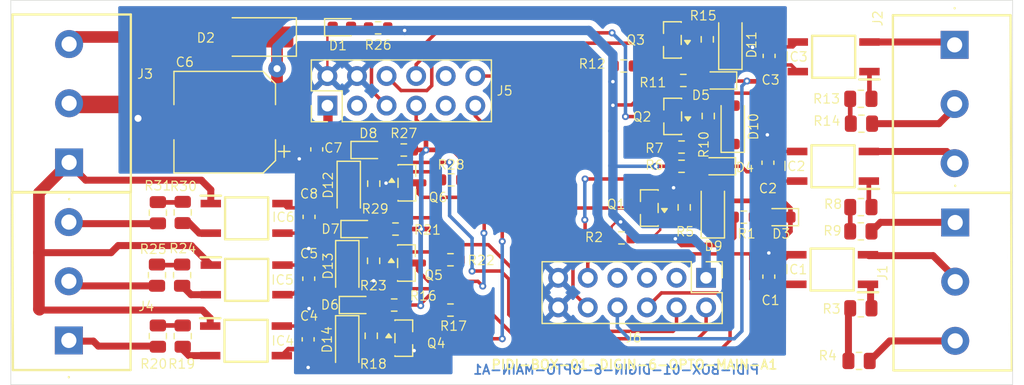
<source format=kicad_pcb>
(kicad_pcb (version 20241229) (generator "pcbnew") (generator_version "9.0")
  (layers (0 "F.Cu" signal) (2 "B.Cu" signal) (13 "F.Paste" user) (15 "B.Paste" user) (5 "F.SilkS" user "F.Silkscreen") (7 "B.SilkS" user "B.Silkscreen") (1 "F.Mask" user) (3 "B.Mask" user) (25 "Edge.Cuts" user))
  (net 0 "")
  (net 1 "Net-(D2-A)")
  (net 2 "+12V")
  (net 3 "GND")
  (net 4 "S6")
  (net 5 "Net-(D1-A)")
  (net 6 "Net-(IC4-Pad1)")
  (net 7 "Net-(IC4-Pad2)")
  (net 8 "Net-(IC5-Pad2)")
  (net 9 "Net-(D8-A)")
  (net 10 "Net-(IC1-Pad2)")
  (net 11 "Net-(J4-Pad1)")
  (net 12 "Net-(J4-Pad3)")
  (net 13 "Net-(J1-Pad3)")
  (net 14 "Net-(IC1-Pad1)")
  (net 15 "Net-(IC2-Pad2)")
  (net 16 "Net-(IC2-Pad1)")
  (net 17 "Net-(IC3-Pad1)")
  (net 18 "Net-(IC3-Pad2)")
  (net 20 "S4")
  (net 21 "S3")
  (net 22 "S2")
  (net 23 "S5")
  (net 24 "S1")
  (net 25 "Net-(R13-Pad1)")
  (net 26 "Net-(D9-A)")
  (net 27 "Net-(D10-A)")
  (net 28 "Net-(D11-A)")
  (net 29 "Net-(D12-A)")
  (net 30 "Net-(D13-A)")
  (net 31 "Net-(R3-Pad1)")
  (net 32 "Net-(R8-Pad1)")
  (net 33 "Net-(R19-Pad1)")
  (net 34 "Net-(R24-Pad1)")
  (net 35 "P0")
  (net 37 "P3")
  (net 38 "P1")
  (net 39 "P2")
  (net 40 "P5")
  (net 41 "P4")
  (net 45 "Net-(D3-A)")
  (net 46 "Net-(D4-A)")
  (net 47 "Net-(D5-A)")
  (net 48 "Net-(D6-A)")
  (net 49 "Net-(D7-A)")
  (net 50 "Net-(IC6-Pad2)")
  (net 51 "Net-(J4-Pad2)")
  (net 52 "Net-(D14-A)")
  (net 53 "Net-(R30-Pad1)")
  (net 54 "Net-(J1-Pad1)")
  (net 55 "Net-(J2-Pad2)")
  (footprint "MYlib_GLOBAL:CTB07093" (layer "F.Cu") (at 187.8838 75.0316 -90)
    (property "Reference" "J1")
    (property "Value" "CTB0709_3" (hide yes))
  )
  (footprint "Package_TO_SOT_SMD:SOT-23" (layer "F.Cu") (at 161.6202 73.7889 180)
    (property "Reference" "Q1")
    (property "Value" "BSS138")
  )
  (footprint "Resistor_SMD:R_0603_1608Metric" (layer "F.Cu") (at 137.7498 84.7598 -90)
    (property "Reference" "R18")
    (property "Value" "10K")
  )
  (footprint "Resistor_SMD:R_0603_1608Metric" (layer "F.Cu") (at 144.5514 78.232 180)
    (property "Reference" "R22")
    (property "Value" "22k")
  )
  (footprint "Resistor_SMD:R_0805_2012Metric" (layer "F.Cu") (at 179.7812 64.4144)
    (property "Reference" "R13")
    (property "Value" "2K7")
  )
  (footprint "Capacitor_SMD:C_0603_1608Metric" (layer "F.Cu") (at 171.9072 60.7314 90)
    (property "Reference" "C3")
    (property "Value" "100nF")
  )
  (footprint "Package_TO_SOT_SMD:SOT-23" (layer "F.Cu") (at 140.81 71.628)
    (property "Reference" "Q6")
    (property "Value" "BSS138")
  )
  (footprint "Resistor_SMD:R_0603_1608Metric" (layer "F.Cu") (at 164.3888 68.5546)
    (property "Reference" "R7")
    (property "Value" "22K")
  )
  (footprint "Resistor_SMD:R_0603_1608Metric" (layer "F.Cu") (at 169.7351 74.5744)
    (property "Reference" "R1")
    (property "Value" "5K6")
  )
  (footprint "Capacitor_SMD:C_0603_1608Metric" (layer "F.Cu") (at 171.8818 79.6798 90)
    (property "Reference" "C1")
    (property "Value" "100nF")
  )
  (footprint "Capacitor_SMD:C_0603_1608Metric" (layer "F.Cu") (at 133.0706 68.7578 -90)
    (property "Reference" "C7")
    (property "Value" "100nF")
  )
  (footprint "Resistor_SMD:R_0603_1608Metric" (layer "F.Cu") (at 159.4236 61.595)
    (property "Reference" "R12")
    (property "Value" "22K")
  )
  (footprint "Resistor_SMD:R_0805_2012Metric" (layer "F.Cu") (at 179.7831 73.7108)
    (property "Reference" "R8")
    (property "Value" "2K7")
  )
  (footprint "LED_SMD:LED_0603_1608Metric" (layer "F.Cu") (at 136.49495 82.1182)
    (property "Reference" "D6")
    (property "Value" "LED rt")
  )
  (footprint "Diode_SMD:D_SOD-123" (layer "F.Cu") (at 167.075 74 90)
    (property "Reference" "D9")
    (property "Value" "1N4148W")
  )
  (footprint "Resistor_SMD:R_0603_1608Metric" (layer "F.Cu") (at 164.5413 62.8396 180)
    (property "Reference" "R11")
    (property "Value" "5K6")
  )
  (footprint "Resistor_SMD:R_0603_1608Metric" (layer "F.Cu") (at 166.6801 65.8902 90)
    (property "Reference" "R10")
    (property "Value" "10K")
  )
  (footprint "MYlib_GLOBAL:HCPL-354-000E" (layer "F.Cu") (at 127.0508 74.676)
    (property "Reference" "IC6")
    (property "Value" "HCPL-354-000E" (hide yes))
  )
  (footprint "Resistor_SMD:R_0805_2012Metric" (layer "F.Cu") (at 121.5644 84.7852 -90)
    (property "Reference" "R19")
    (property "Value" "2K7")
  )
  (footprint "Resistor_SMD:R_0603_1608Metric" (layer "F.Cu") (at 139.72065 82.1182)
    (property "Reference" "R16")
    (property "Value" "5K6")
  )
  (footprint "Resistor_SMD:R_0805_2012Metric" (layer "F.Cu") (at 119.4308 74.1934 90)
    (property "Reference" "R31")
    (property "Value" "2K7")
  )
  (footprint "Resistor_SMD:R_0603_1608Metric" (layer "F.Cu") (at 138.3406 58.3184)
    (property "Reference" "R26")
    (property "Value" "3K3")
  )
  (footprint "Package_TO_SOT_SMD:SOT-23" (layer "F.Cu") (at 163.6014 59.3608 180)
    (property "Reference" "Q3")
    (property "Value" "BSS138")
  )
  (footprint "Resistor_SMD:R_0603_1608Metric" (layer "F.Cu") (at 144.5514 82.55 180)
    (property "Reference" "R17")
    (property "Value" "22K")
  )
  (footprint "LED_SMD:LED_0603_1608Metric" (layer "F.Cu") (at 167.5384 70.2056 180)
    (property "Reference" "D4")
    (property "Value" "LED rt")
  )
  (footprint "LED_SMD:LED_0603_1608Metric" (layer "F.Cu") (at 167.6401 62.8396 180)
    (property "Reference" "D5")
    (property "Value" "LED rt")
  )
  (footprint "Diode_SMD:D_SMA" (layer "F.Cu") (at 127.8128 59.1058 180)
    (property "Reference" "D2")
    (property "Value" "US2BA")
  )
  (footprint "Resistor_SMD:R_0805_2012Metric" (layer "F.Cu") (at 119.3546 79.5528 90)
    (property "Reference" "R25")
    (property "Value" "2K7")
  )
  (footprint "Resistor_SMD:R_0805_2012Metric" (layer "F.Cu") (at 121.5136 79.5528 -90)
    (property "Reference" "R24")
    (property "Value" "2K7")
  )
  (footprint "Capacitor_SMD:C_0603_1608Metric_Pad1.08x0.95mm_HandSolder" (layer "F.Cu") (at 132.3848 79.8576 -90)
    (property "Reference" "C5")
    (property "Value" "100nF")
  )
  (footprint "MYlib_GLOBAL:CTB07093" (layer "F.Cu") (at 111.7886 85.158 90)
    (property "Reference" "J4")
    (property "Value" "CTB0709_3" (hide yes))
  )
  (footprint "LED_SMD:LED_0603_1608Metric" (layer "F.Cu") (at 137.4957 68.8086)
    (property "Reference" "D8")
    (property "Value" "LED rt")
  )
  (footprint "Resistor_SMD:R_0603_1608Metric" (layer "F.Cu") (at 159.2326 76.3524)
    (property "Reference" "R2")
    (property "Value" "22K")
  )
  (footprint "CTB0709_3:CTB07093" (layer "F.Cu") (at 111.8108 69.8754 90)
    (property "Reference" "J3")
    (property "Value" "CTB0709_3" (hide yes))
  )
  (footprint "LED_SMD:LED_0603_1608Metric" (layer "F.Cu") (at 172.9486 74.5744 180)
    (property "Reference" "D3")
    (property "Value" "LED rt")
  )
  (footprint "Connector_PinHeader_2.54mm:PinHeader_2x06_P2.54mm_Vertical" (layer "F.Cu") (at 133.985 64.9986 90)
    (property "Reference" "J5" (hide yes))
    (property "Value" "Conn_02x06_Odd_Even" (hide yes))
  )
  (footprint "Diode_SMD:D_SOD-123" (layer "F.Cu") (at 168.5798 59.5376 90)
    (property "Reference" "D11")
    (property "Value" "1N4148W")
  )
  (footprint "Resistor_SMD:R_0603_1608Metric" (layer "F.Cu") (at 139.8325 75.595)
    (property "Reference" "R21")
    (property "Value" "5K6")
  )
  (footprint "Diode_SMD:D_SOD-123" (layer "F.Cu") (at 135.6868 85.3948 -90)
    (property "Reference" "D14")
    (property "Value" "1N4148W")
  )
  (footprint "MYlib_GLOBAL:HCPL-354-000E" (layer "F.Cu") (at 127 85.1916)
    (property "Reference" "IC4")
    (property "Value" "HCPL-354-000E" (hide yes))
  )
  (footprint "Resistor_SMD:R_0805_2012Metric" (layer "F.Cu") (at 121.5644 74.1699 -90)
    (property "Reference" "R30")
    (property "Value" "2K7")
  )
  (footprint "Diode_SMD:D_SOD-123" (layer "F.Cu") (at 135.6924 78.9432 -90)
    (property "Reference" "D13")
    (property "Value" "1N4148W")
  )
  (footprint "LED_SMD:LED_0603_1608Metric" (layer "F.Cu") (at 135.2296 58.2676)
    (property "Reference" "D1")
    (property "Value" "LED gn")
  )
  (footprint "Package_TO_SOT_SMD:SOT-23" (layer "F.Cu") (at 140.5461 84.963)
    (property "Reference" "Q4")
    (property "Value" "BSS138")
  )
  (footprint "MYlib_GLOBAL:HCPL-354-000E" (layer "F.Cu") (at 177.3936 70.2056 180)
    (property "Reference" "IC2")
    (property "Value" "HCPL-354-000E" (hide yes))
  )
  (footprint "Resistor_SMD:R_0603_1608Metric" (layer "F.Cu") (at 166.5986 59.31 90)
    (property "Reference" "R15")
    (property "Value" "10K")
  )
  (footprint "Capacitor_SMD:CP_Elec_8x10.5" (layer "F.Cu") (at 125.1712 66.421 180)
    (property "Reference" "C6")
    (property "Value" "100uF")
  )
  (footprint "Resistor_SMD:R_0805_2012Metric" (layer "F.Cu") (at 179.832 66.548)
    (property "Reference" "R14")
    (property "Value" "2K7")
  )
  (footprint "Diode_SMD:D_SOD-123" (layer "F.Cu") (at 135.8194 72.136 -90)
    (property "Reference" "D12")
    (property "Value" "1N4148W")
  )
  (footprint "Resistor_SMD:R_0603_1608Metric" (layer "F.Cu") (at 137.9652 71.6966 -90)
    (property "Reference" "R29")
    (property "Value" "10K")
  )
  (footprint "MYlib_GLOBAL:HCPL-354-000E" (layer "F.Cu") (at 177.4444 60.8076 180)
    (property "Reference" "IC3")
    (property "Value" "HCPL-354-000E" (hide yes))
  )
  (footprint "MYlib_GLOBAL:HCPL-354-000E" (layer "F.Cu") (at 177.3174 79.0702 180)
    (property "Reference" "IC1")
    (property "Value" "HCPL-354-000E" (hide yes))
  )
  (footprint "Package_TO_SOT_SMD:SOT-23" (layer "F.Cu") (at 163.6291 65.9232 180)
    (property "Reference" "Q2")
    (property "Value" "BSS138")
  )
  (footprint "LED_SMD:LED_0603_1608Metric" (layer "F.Cu") (at 136.6321 75.595)
    (property "Reference" "D7")
    (property "Value" "LED rt")
  )
  (footprint "Resistor_SMD:R_0805_2012Metric" (layer "F.Cu") (at 179.7812 75.7936)
    (property "Reference" "R9")
    (property "Value" "2K7")
  )
  (footprint "Capacitor_SMD:C_0603_1608Metric" (layer "F.Cu") (at 132.334 85.0646 -90)
    (property "Reference" "C4")
    (property "Value" "100nF")
  )
  (footprint "Resistor_SMD:R_0805_2012Metric" (layer "F.Cu") (at 179.6288 86.9188)
    (property "Reference" "R4")
    (property "Value" "2K7")
  )
  (footprint "Resistor_SMD:R_0603_1608Metric" (layer "F.Cu") (at 164.3888 70.2056 180)
    (property "Reference" "R6")
    (property "Value" "5K6")
  )
  (footprint "MYlib_GLOBAL:CTB07093" (layer "F.Cu") (at 187.8338 59.7816 -90)
    (property "Reference" "J2")
    (property "Value" "CTB0709_3" (hide yes))
  )
  (footprint "Resistor_SMD:R_0603_1608Metric" (layer "F.Cu") (at 164.6174 73.7362 90)
    (property "Reference" "R5")
    (property "Value" "10K")
  )
  (footprint "Resistor_SMD:R_0603_1608Metric" (layer "F.Cu") (at 144.6144 71.374 180)
    (property "Reference" "R28")
    (property "Value" "22K")
  )
  (footprint "Connector_PinHeader_2.54mm:PinHeader_2x06_P2.54mm_Vertical" (layer "F.Cu") (at 166.497 79.7814 -90)
    (property "Reference" "J6")
    (property "Value" "Conn_02x06_Odd_Even" (hide yes))
  )
  (footprint "Resistor_SMD:R_0603_1608Metric" (layer "F.Cu") (at 140.5437 68.8086)
    (property "Reference" "R27")
    (property "Value" "5K6")
  )
  (footprint "Capacitor_SMD:C_0603_1608Metric" (layer "F.Cu") (at 132.4102 74.549 -90)
    (property "Reference" "C8")
    (property "Value" "100nF")
  )
  (footprint "Diode_SMD:D_SOD-123" (layer "F.Cu") (at 168.783 66.6496 90)
    (property "Reference" "D10")
    (property "Value" "1N4148W")
  )
  (footprint "Resistor_SMD:R_0805_2012Metric" (layer "F.Cu") (at 179.7812 82.3976)
    (property "Reference" "R3")
    (property "Value" "2K7")
  )
  (footprint "MYlib_GLOBAL:HCPL-354-000E" (layer "F.Cu") (at 127.0508 79.9592)
    (property "Reference" "IC5")
    (property "Value" "HCPL-354-000E" (hide yes))
  )
  (footprint "Package_TO_SOT_SMD:SOT-23" (layer "F.Cu") (at 140.7724 78.5114)
    (property "Reference" "Q5")
    (property "Value" "BSS138")
  )
  (footprint "Resistor_SMD:R_0805_2012Metric" (layer "F.Cu") (at 119.4308 84.7852 -90)
    (property "Reference" "R20")
    (property "Value" "2K7")
  )
  (footprint "Resistor_SMD:R_0603_1608Metric" (layer "F.Cu") (at 137.953 78.3204 -90)
    (property "Reference" "R23")
    (property "Value" "10K")
  )
  (footprint "Capacitor_SMD:C_0603_1608Metric" (layer "F.Cu") (at 171.8056 69.9008 90)
    (property "Reference" "C2")
    (property "Value" "100nF")
  )
  (gr_rect (start 106.807 55.9562) (end 192.807 88.9562) (stroke (width 0.05)) (fill no) (layer "Edge.Cuts"))
  (gr_text "PIDI-BOX-01-DIGIN-6-OPTO-MAIN-A1" (at 140.335 57.6326 0) (layer "F.Cu") (effects (font (size 0.8 0.8)) (justify left bottom)))
  (gr_text "PIDI-BOX-01-DIGIN-6-OPTO-MAIN-A1" (at 171.1452 88.138 0) (layer "B.Cu") (effects (font (size 0.8 0.8)) (justify left bottom mirror)))
  (gr_text "PIDI-BOX-01-DIGIN-6-OPTO-MAIN-A1" (at 147.9804 87.7062 0) (layer "F.SilkS") (effects (font (size 0.8 0.8)) (justify left bottom)))
  (segment (start 112.4538 59.1058) (end 125.8128 59.1058) (width 1) (layer "F.Cu") (net 1))
  (segment (start 111.7772 59.7824) (end 112.4538 59.1058) (width 1) (layer "F.Cu") (net 1))
  (segment (start 163.5638 68.5546) (end 163.5638 68.6308) (width 0.2) (layer "F.Cu") (net 2))
  (segment (start 162.179 70.2056) (end 162.56 70.2056) (width 0.3) (layer "F.Cu") (net 2))
  (segment (start 158.496 63.0428) (end 158.496 62.9412) (width 0.2) (layer "F.Cu") (net 2))
  (segment (start 163.5638 68.6308) (end 163.5252 68.6694) (width 0.2) (layer "F.Cu") (net 2))
  (segment (start 163.5252 70.167) (end 163.5638 70.2056) (width 0.2) (layer "F.Cu") (net 2))
  (segment (start 160.10382 64.94018) (end 162.2044 62.8396) (width 0.3) (layer "F.Cu") (net 2))
  (segment (start 133.0706 67.9828) (end 134.0358 67.0176) (width 0.8) (layer "F.Cu") (net 2))
  (segment (start 145.3764 81.851) (end 145.3764 82.55) (width 0.3) (layer "F.Cu") (net 2))
  (segment (start 142.7348 75.5904) (end 145.3764 78.232) (width 0.4) (layer "F.Cu") (net 2))
  (segment (start 159.1347 75.0025) (end 158.7537 75.0025) (width 0.2) (layer "F.Cu") (net 2))
  (segment (start 158.5986 61.595) (end 158.4452 61.7484) (width 0.2) (layer "F.Cu") (net 2))
  (segment (start 158.3944 75.3618) (end 158.3944 76.3392) (width 0.2) (layer "F.Cu") (net 2))
  (segment (start 141.3687 68.8086) (end 142.4488 68.8086) (width 0.4) (layer "F.Cu") (net 2))
  (segment (start 144.8308 81.3054) (end 145.3764 81.851) (width 0.3) (layer "F.Cu") (net 2))
  (segment (start 134.0358 67.0176) (end 134.0358 65.0494) (width 0.8) (layer "F.Cu") (net 2))
  (segment (start 158.3944 76.3392) (end 158.4076 76.3524) (width 0.2) (layer "F.Cu") (net 2))
  (segment (start 158.7402 64.94018) (end 160.10382 64.94018) (width 0.3) (layer "F.Cu") (net 2))
  (segment (start 141.9408 82.1182) (end 140.54565 82.1182) (width 0.3) (layer "F.Cu") (net 2))
  (segment (start 158.5976 63.1444) (end 158.496 63.0428) (width 0.2) (layer "F.Cu") (net 2))
  (segment (start 141.9916 82.169) (end 141.9408 82.1182) (width 0.3) (layer "F.Cu") (net 2))
  (segment (start 141.986 82.042) (end 142.7226 81.3054) (width 0.3) (layer "F.Cu") (net 2))
  (segment (start 141.986 82.1746) (end 141.986 82.042) (width 0.3) (layer "F.Cu") (net 2))
  (segment (start 163.6909 62.8142) (end 163.7163 62.8396) (width 0.3) (layer "F.Cu") (net 2))
  (segment (start 144.75 68.8) (end 145.4394 69.4894) (width 0.4) (layer "F.Cu") (net 2))
  (segment (start 134.0358 65.0494) (end 133.985 64.9986) (width 0.8) (layer "F.Cu") (net 2))
  (segment (start 128.8712 66.421) (end 130.433 67.9828) (width 0.8) (layer "F.Cu") (net 2))
  (segment (start 168.9101 76.3015) (end 168.9101 74.5744) (width 0.4) (layer "F.Cu") (net 2))
  (segment (start 142.7226 81.3054) (end 144.8308 81.3054) (width 0.3) (layer "F.Cu") (net 2))
  (segment (start 158.496 64.9732) (end 158.70718 64.9732) (width 0.3) (layer "F.Cu") (net 2))
  (segment (start 130.433 67.9828) (end 133.0706 67.9828) (width 0.8) (layer "F.Cu") (net 2))
  (segment (start 128.8712 66.2432) (end 129.6604 65.454) (width 1) (layer "F.Cu") (net 2))
  (segment (start 140.6144 58.547) (end 140.3858 58.3184) (width 0.3) (layer "F.Cu") (net 2))
  (segment (start 140.3858 58.3184) (end 139.1656 58.3184) (width 0.3) (layer "F.Cu") (net 2))
  (segment (start 163.7163 62.8386) (end 163.7163 62.8396) (width 0.3) (layer "F.Cu") (net 2))
  (segment (start 142.047 75.5904) (end 142.7348 75.5904) (width 0.4) (layer "F.Cu") (net 2))
  (segment (start 158.4452 62.992) (end 158.5976 63.1444) (width 0.2) (layer "F.Cu") (net 2))
  (segment (start 162.2044 62.8396) (end 163.7163 62.8396) (width 0.3) (layer "F.Cu") (net 2))
  (segment (start 142.0424 75.595) (end 140.6575 75.595) (width 0.4) (layer "F.Cu") (net 2))
  (segment (start 142.4488 67.945) (end 142.4488 68.8086) (width 0.4) (layer "F.Cu") (net 2))
  (segment (start 158.4452 61.7484) (end 158.4452 62.992) (width 0.2) (layer "F.Cu") (net 2))
  (segment (start 164.3888 76.962) (end 168.2496 76.962) (width 0.4) (layer "F.Cu") (net 2))
  (segment (start 163.8554 76.4286) (end 164.3888 76.962) (width 0.4) (layer "F.Cu") (net 2))
  (segment (start 129.6604 65.454) (end 129.6604 59.2582) (width 1) (layer "F.Cu") (net 2))
  (segment (start 141.8262 67.3224) (end 142.4488 67.945) (width 0.4) (layer "F.Cu") (net 2))
  (segment (start 129.6604 59.2582) (end 129.8128 59.1058) (width 1) (layer "F.Cu") (net 2))
  (segment (start 163.5252 68.6694) (end 163.5252 70.167) (width 0.2) (layer "F.Cu") (net 2))
  (segment (start 158.70718 64.9732) (end 158.7402 64.94018) (width 0.3) (layer "F.Cu") (net 2))
  (segment (start 158.7537 75.0025) (end 158.3944 75.3618) (width 0.2) (layer "F.Cu") (net 2))
  (segment (start 142.4574 68.8) (end 144.75 68.8) (width 0.4) (layer "F.Cu") (net 2))
  (segment (start 142.4488 68.8086) (end 142.4574 68.8) (width 0.4) (layer "F.Cu") (net 2))
  (segment (start 163.5638 70.2056) (end 162.179 70.2056) (width 0.3) (layer "F.Cu") (net 2))
  (segment (start 128.8712 66.421) (end 128.8712 66.2432) (width 1) (layer "F.Cu") (net 2))
  (segment (start 142.0424 75.595) (end 142.047 75.5904) (width 0.4) (layer "F.Cu") (net 2))
  (segment (start 134.0668 67.3224) (end 141.8262 67.3224) (width 0.4) (layer "F.Cu") (net 2))
  (segment (start 133.8834 64.897) (end 134.0358 65.0494) (width 0.8) (layer "F.Cu") (net 2))
  (segment (start 159.1564 74.9808) (end 159.1347 75.0025) (width 0.2) (layer "F.Cu") (net 2))
  (segment (start 141.9916 82.169) (end 141.986 82.1746) (width 0.3) (layer "F.Cu") (net 2))
  (segment (start 145.4394 69.4894) (end 145.4394 71.374) (width 0.4) (layer "F.Cu") (net 2))
  (segment (start 168.2496 76.962) (end 168.9101 76.3015) (width 0.4) (layer "F.Cu") (net 2))
  (segment (start 134.0414 67.297) (end 134.0668 67.3224) (width 0.4) (layer "F.Cu") (net 2))
  (via (at 141.9916 82.169) (size 0.6) (drill 0.3) (layers "F.Cu" "B.Cu") (net 2))
  (via (at 158.496 62.9412) (size 0.6) (drill 0.3) (layers "F.Cu" "B.Cu") (net 2))
  (via (at 162.179 70.2056) (size 0.6) (drill 0.3) (layers "F.Cu" "B.Cu") (net 2))
  (via (at 142.0424 75.595) (size 0.6) (drill 0.3) (layers "F.Cu" "B.Cu") (net 2))
  (via (at 142.4488 68.8086) (size 0.6) (drill 0.3) (layers "F.Cu" "B.Cu") (net 2))
  (via (at 158.496 64.9732) (size 0.6) (drill 0.3) (layers "F.Cu" "B.Cu") (net 2))
  (via (at 140.6144 58.547) (size 0.6) (drill 0.3) (layers "F.Cu" "B.Cu") (net 2))
  (via (at 129.6604 61.8236) (size 1.5) (drill 0.6) (layers "F.Cu" "B.Cu") (net 2))
  (via (at 159.1564 74.9808) (size 0.6) (drill 0.3) (layers "F.Cu" "B.Cu") (net 2))
  (via (at 163.8554 76.4286) (size 0.6) (drill 0.3) (layers "F.Cu" "B.Cu") (net 2))
  (segment (start 163.8554 76.4286) (end 165.4302 76.4286) (width 0.8) (layer "B.Cu") (net 2))
  (segment (start 141.9916 75.6458) (end 141.9916 82.169) (width 0.4) (layer "B.Cu") (net 2))
  (segment (start 158.496 60.6044) (end 158.496 62.9412) (width 0.8) (layer "B.Cu") (net 2))
  (segment (start 129.6416 59.9948) (end 131.0894 58.547) (width 0.8) (layer "B.Cu") (net 2))
  (segment (start 129.6604 61.8236) (end 129.6416 61.8048) (width 0.8) (layer "B.Cu") (net 2))
  (segment (start 165.4302 76.4286) (end 166.497 77.4954) (width 0.8) (layer "B.Cu") (net 2))
  (segment (start 162.179 70.2056) (end 158.5468 70.2056) (width 0.3) (layer "B.Cu") (net 2))
  (segment (start 159.1564 74.9808) (end 160.6042 76.4286) (width 0.8) (layer "B.Cu") (net 2))
  (segment (start 142.0424 75.595) (end 141.9916 75.6458) (width 0.4) (layer "B.Cu") (net 2))
  (segment (start 142.0424 75.595) (end 142.0424 69.215) (width 0.4) (layer "B.Cu") (net 2))
  (segment (start 129.6416 61.8048) (end 129.6416 59.9948) (width 0.8) (layer "B.Cu") (net 2))
  (segment (start 158.496 74.3204) (end 158.496 70.1548) (width 0.8) (layer "B.Cu") (net 2))
  (segment (start 156.4386 58.547) (end 158.496 60.6044) (width 0.8) (layer "B.Cu") (net 2))
  (segment (start 158.496 62.9412) (end 158.496 67.183) (width 0.8) (layer "B.Cu") (net 2))
  (segment (start 140.6144 58.547) (end 156.4386 58.547) (width 0.8) (layer "B.Cu") (net 2))
  (segment (start 159.1564 74.9808) (end 158.496 74.3204) (width 0.8) (layer "B.Cu") (net 2))
  (segment (start 158.5468 70.2056) (end 158.496 70.1548) (width 0.3) (layer "B.Cu") (net 2))
  (segment (start 131.0894 58.547) (end 140.6144 58.547) (width 0.8) (layer "B.Cu") (net 2))
  (segment (start 142.0424 69.215) (end 142.4488 68.8086) (width 0.4) (layer "B.Cu") (net 2))
  (segment (start 158.496 67.183) (end 158.496 70.1548) (width 0.8) (layer "B.Cu") (net 2))
  (segment (start 160.6042 76.4286) (end 164.3634 76.4286) (width 0.8) (layer "B.Cu") (net 2))
  (segment (start 166.497 77.4954) (end 166.497 79.7814) (width 0.8) (layer "B.Cu") (net 2))
  (segment (start 132.3837 80.7212) (end 132.3848 80.7201) (width 0.3) (layer "F.Cu") (net 3))
  (segment (start 111.9823 64.897) (end 111.9317 64.8464) (width 1.5) (layer "F.Cu") (net 3))
  (segment (start 132.3848 75.3494) (end 132.3848 77.2668) (width 0.3) (layer "F.Cu") (net 3))
  (segment (start 171.7548 69.075) (end 171.8056 69.1258) (width 0.3) (layer "F.Cu") (net 3))
  (segment (start 116.6368 64.897) (end 111.9823 64.897) (width 1.5) (layer "F.Cu") (net 3))
  (segment (start 137.7752 85.6986) (end 138.1044 85.6986) (width 0.3) (layer "F.Cu") (net 3))
  (segment (start 117.729 66.0908) (end 117.7036 66.0654) (width 1.5) (layer "F.Cu") (net 3))
  (segment (start 139.7056 80.0354) (end 139.8349 79.9061) (width 0.3) (layer "F.Cu") (net 3))
  (segment (start 171.8818 77.6478) (end 171.8564 77.6732) (width 0.4) (layer "F.Cu") (net 3))
  (segment (start 138.0952 72.5216) (end 137.9652 72.5216) (width 0.3) (layer "F.Cu") (net 3))
  (segment (start 132.334 85.9158) (end 132.321 85.9028) (width 0.4) (layer "F.Cu") (net 3))
  (segment (start 174.3051 59.4733) (end 174.3694 59.5376) (width 0.4) (layer "F.Cu") (net 3))
  (segment (start 166.8044 65.0131) (end 166.6977 64.9064) (width 0.4) (layer "F.Cu") (net 3))
  (segment (start 133.985 58.7247) (end 133.985 62.4586) (width 0.2) (layer "F.Cu") (net 3))
  (segment (start 171.9958 68.9356) (end 174.3186 68.9356) (width 0.3) (layer "F.Cu") (net 3))
  (segment (start 139.0198 71.6534) (end 138.9634 71.6534) (width 0.3) (layer "F.Cu") (net 3))
  (segment (start 163.703 72.0476) (end 162.9117 72.8389) (width 0.3) (layer "F.Cu") (net 3))
  (segment (start 171.7802 64.9732) (end 170.7388 63.9318) (width 0.3) (layer "F.Cu") (net 3))
  (segment (start 117.729 66.0908) (end 121.6236 66.0908) (width 1.5) (layer "F.Cu") (net 3))
  (segment (start 131.4958 80.7212) (end 131.5466 80.7212) (width 0.3) (layer "F.Cu") (net 3))
  (segment (start 164.5666 64.9732) (end 166.5881 64.9732) (width 0.3) (layer "F.Cu") (net 3))
  (segment (start 171.7548 67.5056) (end 171.7548 69.075) (width 0.3) (layer "F.Cu") (net 3))
  (segment (start 171.7548 67.5056) (end 171.7548 67.0052) (width 0.3) (layer "F.Cu") (net 3))
  (segment (start 132.3594 80.7455) (end 132.3848 80.7201) (width 0.3) (layer "F.Cu") (net 3))
  (segment (start 131.0386 81.1784) (end 131.4958 80.7212) (width 0.3) (layer "F.Cu") (net 3))
  (segment (start 171.8564 78.8794) (end 171.8818 78.9048) (width 0.4) (layer "F.Cu") (net 3))
  (segment (start 169.6466 63.9318) (end 169.6416 63.9268) (width 0.3) (layer "F.Cu") (net 3))
  (segment (start 166.5986 57.3796) (end 166.5986 58.485) (width 0.3) (layer "F.Cu") (net 3))
  (segment (start 171.9072 59.9564) (end 173.9506 59.9564) (width 0.3) (layer "F.Cu") (net 3))
  (segment (start 139.6086 85.9744) (end 139.6086 85.913) (width 0.3) (layer "F.Cu") (net 3))
  (segment (start 139.8725 72.5625) (end 139.8725 72.578) (width 0.3) (layer "F.Cu") (net 3))
  (segment (start 139.664 86.0298) (end 139.6086 85.9744) (width 0.3) (layer "F.Cu") (net 3))
  (segment (start 138.1044 85.6986) (end 138.334 85.9282) (width 0.3) (layer "F.Cu") (net 3))
  (segment (start 130.1258 75.946) (end 131.7882 75.946) (width 0.3) (layer "F.Cu") (net 3))
  (segment (start 137.953 80.0354) (end 137.953 79.1454) (width 0.3) (layer "F.Cu") (net 3))
  (segment (start 139.8349 79.9061) (end 139.8349 79.4614) (width 0.3) (layer "F.Cu") (net 3))
  (segment (start 166.5881 64.9732) (end 166.6801 65.0652) (width 0.2) (layer "F.Cu") (net 3))
  (segment (start 173.609 77.8002) (end 174.2424 77.8002) (width 0.4) (layer "F.Cu") (net 3))
  (segment (start 139.0198 71.6534) (end 139.0198 71.7098) (width 0.3) (layer "F.Cu") (net 3))
  (segment (start 134.4421 58.2676) (end 133.985 58.7247) (width 0.2) (layer "F.Cu") (net 3))
  (segment (start 132.321 85.9028) (end 130.6338 85.9028) (width 0.4) (layer "F.Cu") (net 3))
  (segment (start 121.6236 66.0908) (end 121.649 66.0654) (width 1.5) (layer "F.Cu") (net 3))
  (segment (start 130.1258 81.2292) (end 130.1766 81.1784) (width 0.3) (layer "F.Cu") (net 3))
  (segment (start 171.7802 66.9798) (end 171.7802 64.9732) (width 0.3) (layer "F.Cu") (net 3))
  (segment (start 172.5044 78.9048) (end 173.609 77.8002) (width 0.4) (layer "F.Cu") (net 3))
  (segment (start 131.572 69.5706) (end 133.0328 69.5706) (width 0.8) (layer "F.Cu") (net 3))
  (segment (start 117.7036 65.9638) (end 116.6368 64.897) (width 1.5) (layer "F.Cu") (net 3))
  (segment (start 166.5267 65.0774) (end 166.6977 64.9064) (width 0.4) (layer "F.Cu") (net 3))
  (segment (start 138.9634 71.6534) (end 138.0952 72.5216) (width 0.3) (layer "F.Cu") (net 3))
  (segment (start 132.3594 82.3722) (end 132.3594 80.7455) (width 0.3) (layer "F.Cu") (net 3))
  (segment (start 162.9117 72.8389) (end 162.5577 72.8389) (width 0.3) (layer "F.Cu") (net 3))
  (segment (start 170.4848 59.9948) (end 170.4848 57.4548) (width 0.3) (layer "F.Cu") (net 3))
  (segment (start 163.703 72.0476) (end 164.5666 72.9112) (width 0.3) (layer "F.Cu") (net 3))
  (segment (start 164.5666 72.9112) (end 164.6174 72.9112) (width 0.3) (layer "F.Cu") (net 3))
  (segment (start 131.7882 75.946) (end 132.4102 75.324) (width 0.3) (layer "F.Cu") (net 3))
  (segment (start 139.5934 85.9282) (end 139.6086 85.913) (width 0.3) (layer "F.Cu") (net 3))
  (segment (start 137.953 80.0354) (end 139.7056 80.0354) (width 0.3) (layer "F.Cu") (net 3))
  (segment (start 167.8185 63.9268) (end 166.6801 65.0652) (width 0.3) (layer "F.Cu") (net 3))
  (segment (start 117.7036 66.0654) (end 117.7036 65.9638) (width 1.5) (layer "F.Cu") (net 3))
  (segment (start 171.8056 69.1258) (end 171.9958 68.9356) (width 0.3) (layer "F.Cu") (net 3))
  (segment (start 167.006 56.9722) (end 166.5986 57.3796) (width 0.3) (layer "F.Cu") (net 3))
  (segment (start 171.8818 78.9048) (end 172.5044 78.9048) (width 0.4) (layer "F.Cu") (net 3))
  (segment (start 171.7548 67.0052) (end 171.7802 66.9798) (width 0.3) (layer "F.Cu") (net 3))
  (segment (start 130.1766 81.1784) (end 131.0386 81.1784) (width 0.3) (layer "F.Cu") (net 3))
  (segment (start 132.4102 82.423) (end 132.3594 82.3722) (width 0.3) (layer "F.Cu") (net 3))
  (segment (start 138.334 85.9282) (end 139.5934 85.9282) (width 0.3) (layer "F.Cu") (net 3))
  (segment (start 141.4328 86.0298) (end 139.664 86.0298) (width 0.3) (layer "F.Cu") (net 3))
  (segment (start 170.0022 56.9722) (end 167.006 56.9722) (width 0.3) (layer "F.Cu") (net 3))
  (segment (start 170.4848 57.4548) (end 170.0022 56.9722) (width 0.3) (layer "F.Cu") (net 3))
  (segment (start 164.5389 58.4108) (end 166.5244 58.4108) (width 0.3) (layer "F.Cu") (net 3))
  (segment (start 171.625 69.1258) (end 171.8056 69.1258) (width 0.3) (layer "F.Cu") (net 3))
  (segment (start 133.0328 69.5706) (end 133.0706 69.5328) (width 0.8) (layer "F.Cu") (net 3))
  (segment (start 171.8564 77.6732) (end 171.8564 78.8794) (width 0.4) (layer "F.Cu") (net 3))
  (segment (start 171.8688 59.9948) (end 171.9072 59.9564) (width 0.3) (layer "F.Cu") (net 3))
  (segment (start 132.334 87.4776) (end 132.334 85.9158) (width 0.4) (layer "F.Cu") (net 3))
  (segment (start 173.9506 59.9564) (end 174.3694 59.5376) (width 0.3) (layer "F.Cu") (net 3))
  (segment (start 131.5466 80.7212) (end 132.3837 80.7212) (width 0.3) (layer "F.Cu") (net 3))
  (segment (start 170.4848 59.9948) (end 171.8688 59.9948) (width 0.3) (layer "F.Cu") (net 3))
  (segment (start 166.5244 58.4108) (end 166.5986 58.485) (width 0.2) (layer "F.Cu") (net 3))
  (segment (start 170.7388 63.9318) (end 169.6466 63.9318) (width 0.3) (layer "F.Cu") (net 3))
  (segment (start 169.6416 63.9268) (end 167.8185 63.9268) (width 0.3) (layer "F.Cu") (net 3))
  (segment (start 139.0198 71.7098) (end 139.8725 72.5625) (width 0.3) (layer "F.Cu") (net 3))
  (segment (start 166.5374 58.5462) (end 166.5986 58.485) (width 0.3) (layer "F.Cu") (net 3))
  (segment (start 132.4102 75.324) (end 132.3848 75.3494) (width 0.3) (layer "F.Cu") (net 3))
  (segment (start 130.6338 85.9028) (end 130.075 86.4616) (width 0.4) (layer "F.Cu") (net 3))
  (via (at 139.0198 71.6534) (size 0.6) (drill 0.3) (layers "F.Cu" "B.Cu") (net 3))
  (via (at 132.3848 77.2668) (size 0.6) (drill 0.3) (layers "F.Cu" "B.Cu") (net 3))
  (via (at 117.729 66.0908) (size 1.2) (drill 0.6) (layers "F.Cu" "B.Cu") (net 3))
  (via (at 141.4328 86.0298) (size 0.6) (drill 0.3) (layers "F.Cu" "B.Cu") (net 3))
  (via (at 132.334 87.4776) (size 0.6) (drill 0.3) (layers "F.Cu" "B.Cu") (net 3))
  (via (at 163.703 72.0476) (size 0.6) (drill 0.3) (layers "F.Cu" "B.Cu") (net 3))
  (via (at 132.4102 82.423) (size 0.6) (drill 0.3) (layers "F.Cu" "B.Cu") (net 3))
  (via (at 171.7548 67.5056) (size 0.6) (drill 0.3) (layers "F.Cu" "B.Cu") (net 3))
  (via (at 137.953 80.0354) (size 0.6) (drill 0.3) (layers "F.Cu" "B.Cu") (net 3))
  (via (at 170.4848 59.9948) (size 0.6) (drill 0.3) (layers "F.Cu" "B.Cu") (net 3))
  (via (at 131.572 69.5706) (size 0.6) (drill 0.3) (layers "F.Cu" "B.Cu") (net 3))
  (via (at 171.8818 77.6478) (size 0.6) (drill 0.3) (layers "F.Cu" "B.Cu") (net 3))
  (segment (start 134.25 73.275) (end 133.751 73.774) (width 0.3) (layer "F.Cu") (net 4))
  (segment (start 136.7082 69.875) (end 144.475 69.875) (width 0.3) (layer "F.Cu") (net 4))
  (segment (start 146.416 79.1972) (end 148.8694 79.1972) (width 0.3) (layer "F.Cu") (net 4))
  (segment (start 135.8194 70.486) (end 134.864 70.486) (width 0.3) (layer "F.Cu") (net 4))
  (segment (start 165.7858 85.0138) (end 165.811199 84.988401) (width 0.3) (layer "F.Cu") (net 4))
  (segment (start 134.864 70.486) (end 134.25 71.1) (width 0.3) (layer "F.Cu") (net 4))
  (segment (start 165.811199 84.988401) (end 165.811198 84.9884) (width 0.3) (layer "F.Cu") (net 4))
  (segment (start 136.7082 68.8086) (end 136.7082 69.5972) (width 0.3) (layer "F.Cu") (net 4))
  (segment (start 148.8694 79.1972) (end 149.5552 79.883) (width 0.3) (layer "F.Cu") (net 4))
  (segment (start 149.5552 82.931) (end 151.638 85.0138) (width 0.3) (layer "F.Cu") (net 4))
  (segment (start 165.811199 84.988401) (end 166.497 84.3026) (width 0.3) (layer "F.Cu") (net 4))
  (segment (start 151.638 85.0138) (end 165.7858 85.0138) (width 0.3) (layer "F.Cu") (net 4))
  (segment (start 166.497 84.3026) (end 166.497 82.3214) (width 0.3) (layer "F.Cu") (net 4))
  (segment (start 146.4056 79.2076) (end 146.416 79.1972) (width 0.3) (layer "F.Cu") (net 4))
  (segment (start 134.25 71.1) (end 134.25 73.275) (width 0.3) (layer "F.Cu") (net 4))
  (segment (start 130.1258 73.406) (end 130.4938 73.774) (width 0.3) (layer "F.Cu") (net 4))
  (segment (start 136.7082 69.875) (end 136.4304 69.875) (width 0.3) (layer "F.Cu") (net 4))
  (segment (start 130.4938 73.774) (end 132.4102 73.774) (width 0.3) (layer "F.Cu") (net 4))
  (segment (start 133.751 73.774) (end 132.4102 73.774) (width 0.3) (layer "F.Cu") (net 4))
  (segment (start 136.7082 69.5972) (end 136.7082 69.875) (width 0.3) (layer "F.Cu") (net 4))
  (segment (start 136.4304 69.875) (end 135.8194 70.486) (width 0.3) (layer "F.Cu") (net 4))
  (segment (start 149.5552 79.883) (end 149.5552 82.931) (width 0.3) (layer "F.Cu") (net 4))
  (segment (start 132.575 73.6092) (end 132.4102 73.774) (width 0.3) (layer "F.Cu") (net 4))
  (via (at 146.4056 79.2076) (size 0.6) (drill 0.3) (layers "F.Cu" "B.Cu") (net 4))
  (via (at 144.475 69.875) (size 0.6) (drill 0.3) (layers "F.Cu" "B.Cu") (net 4))
  (segment (start 144.475 69.875) (end 144.475 74.4472) (width 0.3) (layer "B.Cu") (net 4))
  (segment (start 146.4056 76.3778) (end 146.4056 79.2076) (width 0.3) (layer "B.Cu") (net 4))
  (segment (start 144.475 74.4472) (end 146.4056 76.3778) (width 0.3) (layer "B.Cu") (net 4))
  (segment (start 136.0171 58.2676) (end 137.4648 58.2676) (width 0.3) (layer "F.Cu") (net 5))
  (segment (start 137.4648 58.2676) (end 137.5156 58.3184) (width 0.3) (layer "F.Cu") (net 5))
  (segment (start 109.2962 82.55) (end 123.2662 82.55) (width 0.6) (layer "F.Cu") (net 6))
  (segment (start 109.22 82.4738) (end 109.22 77.6224) (width 1) (layer "F.Cu") (net 6))
  (segment (start 111.7772 69.9424) (end 109.22 72.4996) (width 1) (layer "F.Cu") (net 6))
  (segment (start 123.2122 71.4502) (end 123.9758 72.2138) (width 0.6) (layer "F.Cu") (net 6))
  (segment (start 123.9758 78.6892) (end 122.3502 77.0636) (width 0.6) (layer "F.Cu") (net 6))
  (segment (start 111.7772 69.9424) (end 113.2342 71.3994) (width 0.6) (layer "F.Cu") (net 6))
  (segment (start 115.4176 77.6224) (end 109.22 77.6224) (width 0.6) (layer "F.Cu") (net 6))
  (segment (start 116.0272 77.0128) (end 115.4176 77.6224) (width 0.6) (layer "F.Cu") (net 6))
  (segment (start 122.3248 77.0128) (end 116.0272 77.0128) (width 0.6) (layer "F.Cu") (net 6))
  (segment (start 123.2916 82.6008) (end 123.925 83.2342) (width 0.6) (layer "F.Cu") (net 6))
  (segment (start 113.2342 71.3994) (end 123.1868 71.3994) (width 0.6) (layer "F.Cu") (net 6))
  (segment (start 109.22 72.4996) (end 109.22 77.6224) (width 1) (layer "F.Cu") (net 6))
  (segment (start 123.9758 72.2138) (end 123.9758 73.406) (width 0.6) (layer "F.Cu") (net 6))
  (segment (start 109.2708 82.5246) (end 109.22 82.4738) (width 1) (layer "F.Cu") (net 6))
  (segment (start 109.2708 82.5246) (end 109.2962 82.55) (width 0.6) (layer "F.Cu") (net 6))
  (segment (start 123.925 83.2342) (end 123.925 83.9216) (width 0.6) (layer "F.Cu") (net 6))
  (segment (start 121.5644 85.6977) (end 121.5644 85.9282) (width 0.6) (layer "F.Cu") (net 7))
  (segment (start 121.5644 85.9282) (end 122.0978 86.4616) (width 0.6) (layer "F.Cu") (net 7))
  (segment (start 122.0978 86.4616) (end 123.925 86.4616) (width 0.6) (layer "F.Cu") (net 7))
  (segment (start 121.5136 80.4672) (end 122.2756 81.2292) (width 0.6) (layer "F.Cu") (net 8))
  (segment (start 121.5136 80.4653) (end 121.5136 80.4672) (width 0.4) (layer "F.Cu") (net 8))
  (segment (start 122.2756 81.2292) (end 123.9758 81.2292) (width 0.6) (layer "F.Cu") (net 8))
  (segment (start 138.2832 68.8086) (end 139.7187 68.8086) (width 0.4) (layer "F.Cu") (net 9))
  (segment (start 180.3924 77.8002) (end 180.4686 77.8764) (width 0.6) (layer "F.Cu") (net 10))
  (segment (start 185.9788 77.8764) (end 188.1632 80.0608) (width 0.6) (layer "F.Cu") (net 10))
  (segment (start 180.4686 77.8764) (end 185.9788 77.8764) (width 0.6) (layer "F.Cu") (net 10))
  (segment (start 113.8936 85.217) (end 111.763 85.217) (width 0.6) (layer "F.Cu") (net 11))
  (segment (start 114.3216 85.645) (end 113.8936 85.217) (width 0.6) (layer "F.Cu") (net 11))
  (segment (start 119.4562 85.645) (end 114.3216 85.645) (width 0.6) (layer "F.Cu") (net 11))
  (segment (start 111.763 85.217) (end 111.755 85.225) (width 0.6) (layer "F.Cu") (net 11))
  (segment (start 111.9256 75.1332) (end 119.4035 75.1332) (width 0.6) (layer "F.Cu") (net 12))
  (segment (start 119.4035 75.1332) (end 119.4308 75.1059) (width 0.8) (layer "F.Cu") (net 12))
  (segment (start 188.18 85.2) (end 188.2 85.18) (width 0.6) (layer "F.Cu") (net 13))
  (segment (start 182.262 85.2) (end 188.18 85.2) (width 0.6) (layer "F.Cu") (net 13))
  (segment (start 180.5413 86.9188) (end 180.5432 86.9188) (width 0.6) (layer "F.Cu") (net 13))
  (segment (start 180.5432 86.9188) (end 182.262 85.2) (width 0.6) (layer "F.Cu") (net 13))
  (segment (start 188.1378 85.1154) (end 188.1632 85.1408) (width 0.6) (layer "F.Cu") (net 13))
  (segment (start 180.6194 80.5672) (end 180.3924 80.3402) (width 0.6) (layer "F.Cu") (net 14))
  (segment (start 180.6194 82.3233) (end 180.6194 80.5672) (width 0.6) (layer "F.Cu") (net 14))
  (segment (start 180.4686 68.9356) (end 187.1472 68.9356) (width 0.6) (layer "F.Cu") (net 15))
  (segment (start 187.1472 68.9356) (end 188.1632 69.9516) (width 0.6) (layer "F.Cu") (net 15))
  (segment (start 180.4686 73.4838) (end 180.6956 73.7108) (width 0.4) (layer "F.Cu") (net 16))
  (segment (start 180.4686 71.4756) (end 180.4686 73.4838) (width 0.4) (layer "F.Cu") (net 16))
  (segment (start 180.5194 62.0776) (end 180.5194 64.2401) (width 0.4) (layer "F.Cu") (net 17))
  (segment (start 180.5194 64.2401) (end 180.6937 64.4144) (width 0.4) (layer "F.Cu") (net 17))
  (segment (start 187.9092 59.5376) (end 188.1632 59.7916) (width 0.6) (layer "F.Cu") (net 18))
  (segment (start 187.8584 59.4868) (end 188.1632 59.7916) (width 0.8) (layer "F.Cu") (net 18))
  (segment (start 180.5194 59.5376) (end 187.9092 59.5376) (width 0.6) (layer "F.Cu") (net 18))
  (segment (start 161.417 82.3214) (end 162.6616 81.0768) (width 0.3) (layer "F.Cu") (net 20))
  (segment (start 167.4876 81.0768) (end 168.5544 82.1436) (width 0.3) (layer "F.Cu") (net 20))
  (segment (start 134.1882 82.1182) (end 135.70745 82.1182) (width 0.3) (layer "F.Cu") (net 20))
  (segment (start 132.3086 83.9978) (end 134.1882 82.1182) (width 0.3) (layer "F.Cu") (net 20))
  (segment (start 135.56855 82.2571) (end 135.70745 82.1182) (width 0.4) (layer "F.Cu") (net 20))
  (segment (start 151.1046 85.852) (end 145.9738 80.7212) (width 0.3) (layer "F.Cu") (net 20))
  (segment (start 135.6886 83.8924) (end 135.6924 83.8962) (width 0.4) (layer "F.Cu") (net 20))
  (segment (start 168.5544 82.1436) (end 168.5544 85.1408) (width 0.3) (layer "F.Cu") (net 20))
  (segment (start 162.6616 81.0768) (end 167.4876 81.0768) (width 0.3) (layer "F.Cu") (net 20))
  (segment (start 135.8194 82.1182) (end 135.70745 82.1182) (width 0.3) (layer "F.Cu") (net 20))
  (segment (start 135.6886 81.8859) (end 135.6886 83.8924) (width 0.4) (layer "F.Cu") (net 20))
  (segment (start 132.3086 84.2388) (end 132.3086 83.9978) (width 0.3) (layer "F.Cu") (net 20))
  (segment (start 137.2164 80.7212) (end 135.8194 82.1182) (width 0.3) (layer "F.Cu") (net 20))
  (segment (start 168.5544 85.1408) (end 167.8432 85.852) (width 0.3) (layer "F.Cu") (net 20))
  (segment (start 130.075 83.9216) (end 131.966 83.9216) (width 0.3) (layer "F.Cu") (net 20))
  (segment (start 131.966 83.9216) (end 132.334 84.2896) (width 0.3) (layer "F.Cu") (net 20))
  (segment (start 167.8432 85.852) (end 151.1046 85.852) (width 0.3) (layer "F.Cu") (net 20))
  (segment (start 145.9738 80.7212) (end 137.2164 80.7212) (width 0.3) (layer "F.Cu") (net 20))
  (segment (start 171.9072 61.5064) (end 173.7982 61.5064) (width 0.3) (layer "F.Cu") (net 21))
  (segment (start 168.4276 61.3398) (end 168.5798 61.1876) (width 0.3) (layer "F.Cu") (net 21))
  (segment (start 168.5798 61.1876) (end 168.656 61.2638) (width 0.3) (layer "F.Cu") (net 21))
  (segment (start 170.0022 62.8904) (end 168.4784 62.8904) (width 0.3) (layer "F.Cu") (net 21))
  (segment (start 173.7982 61.5064) (end 174.3694 62.0776) (width 0.3) (layer "F.Cu") (net 21))
  (segment (start 170.0022 62.8904) (end 170.0276 62.9158) (width 0.4) (layer "F.Cu") (net 21))
  (segment (start 168.4784 62.8904) (end 168.4276 62.8396) (width 0.3) (layer "F.Cu") (net 21))
  (segment (start 168.58 62.992) (end 168.4276 62.8396) (width 0.3) (layer "F.Cu") (net 21))
  (segment (start 171.0944 62.9158) (end 171.9072 62.103) (width 0.4) (layer "F.Cu") (net 21))
  (segment (start 168.4276 62.8396) (end 168.4276 61.3398) (width 0.3) (layer "F.Cu") (net 21))
  (segment (start 168.5038 62.7634) (end 168.4276 62.8396) (width 0.3) (layer "F.Cu") (net 21))
  (segment (start 170.0276 62.9158) (end 171.0944 62.9158) (width 0.4) (layer "F.Cu") (net 21))
  (segment (start 171.9072 62.103) (end 171.9072 61.5064) (width 0.4) (layer "F.Cu") (net 21))
  (segment (start 171.9072 61.7576) (end 171.9072 61.5064) (width 0.2) (layer "F.Cu") (net 21))
  (via (at 170.0022 62.8904) (size 0.6) (drill 0.3) (layers "F.Cu" "B.Cu") (net 21))
  (segment (start 169.5704 84.3534) (end 168.91 85.0138) (width 0.3) (layer "B.Cu") (net 21))
  (segment (start 158.877 83.9978) (end 158.877 82.3214) (width 0.3) (layer "B.Cu") (net 21))
  (segment (start 159.893 85.0138) (end 158.877 83.9978) (width 0.3) (layer "B.Cu") (net 21))
  (segment (start 168.91 85.0138) (end 159.893 85.0138) (width 0.3) (layer "B.Cu") (net 21))
  (segment (start 169.5704 63.3222) (end 169.5704 84.3534) (width 0.3) (layer "B.Cu") (net 21))
  (segment (start 170.0022 62.8904) (end 169.5704 63.3222) (width 0.3) (layer "B.Cu") (net 21))
  (segment (start 168.2869 68.7957) (end 168.2869 70.1666) (width 0.3) (layer "F.Cu") (net 22))
  (segment (start 168.3259 70.2056) (end 168.4783 70.358) (width 0.3) (layer "F.Cu") (net 22))
  (segment (start 156.1084 74.8284) (end 156.1084 76.6064) (width 0.3) (layer "F.Cu") (net 22))
  (segment (start 171.8056 70.6758) (end 172.3774 70.6758) (width 0.3) (layer "F.Cu") (net 22))
  (segment (start 168.3259 70.2817) (end 168.3259 70.2056) (width 0.3) (layer "F.Cu") (net 22))
  (segment (start 168.2869 70.1666) (end 168.3259 70.2056) (width 0.3) (layer "F.Cu") (net 22))
  (segment (start 171.8056 70.6758) (end 171.7548 70.7266) (width 0.2) (layer "F.Cu") (net 22))
  (segment (start 155.067 81.0514) (end 156.337 82.3214) (width 0.3) (layer "F.Cu") (net 22))
  (segment (start 173.1772 71.4756) (end 174.3186 71.4756) (width 0.3) (layer "F.Cu") (net 22))
  (segment (start 169.5196 70.2056) (end 168.3259 70.2056) (width 0.3) (layer "F.Cu") (net 22))
  (segment (start 167.3098 71.2978) (end 168.3259 70.2817) (width 0.3) (layer "F.Cu") (net 22))
  (segment (start 169.9898 70.6758) (end 169.5196 70.2056) (width 0.3) (layer "F.Cu") (net 22))
  (segment (start 156.083 74.803) (end 156.1084 74.8284) (width 0.3) (layer "F.Cu") (net 22))
  (segment (start 171.8056 70.6758) (end 169.9898 70.6758) (width 0.3) (layer "F.Cu") (net 22))
  (segment (start 168.783 68.2996) (end 168.2869 68.7957) (width 0.3) (layer "F.Cu") (net 22))
  (segment (start 155.067 77.6478) (end 155.067 81.0514) (width 0.3) (layer "F.Cu") (net 22))
  (segment (start 172.3774 70.6758) (end 173.1772 71.4756) (width 0.3) (layer "F.Cu") (net 22))
  (segment (start 156.1084 76.6064) (end 155.067 77.6478) (width 0.3) (layer "F.Cu") (net 22))
  (segment (start 156.1084 71.2978) (end 167.3098 71.2978) (width 0.3) (layer "F.Cu") (net 22))
  (via (at 156.083 74.803) (size 0.6) (drill 0.3) (layers "F.Cu" "B.Cu") (net 22))
  (via (at 156.1084 71.2978) (size 0.6) (drill 0.3) (layers "F.Cu" "B.Cu") (net 22))
  (segment (start 156.1084 71.5518) (end 156.083 71.5772) (width 0.3) (layer "B.Cu") (net 22))
  (segment (start 156.1084 71.2978) (end 156.1084 71.5518) (width 0.3) (layer "B.Cu") (net 22))
  (segment (start 156.083 71.5772) (end 156.083 74.803) (width 0.3) (layer "B.Cu") (net 22))
  (segment (start 150.1902 82.6008) (end 150.1902 79.3242) (width 0.3) (layer "F.Cu") (net 23))
  (segment (start 135.8796 77.106) (end 135.8796 75.63) (width 0.3) (layer "F.Cu") (net 23))
  (segment (start 151.9682 84.3788) (end 150.1902 82.6008) (width 0.3) (layer "F.Cu") (net 23))
  (segment (start 145.352327 76.9366) (end 143.040727 74.625) (width 0.3) (layer "F.Cu") (net 23))
  (segment (start 132.3848 78.9951) (end 134.4665 78.9951) (width 0.3) (layer "F.Cu") (net 23))
  (segment (start 163.652 84.3788) (end 151.9682 84.3788) (width 0.3) (layer "F.Cu") (net 23))
  (segment (start 135.955 75.595) (end 135.8446 75.595) (width 0.3) (layer "F.Cu") (net 23))
  (segment (start 143.040727 74.625) (end 136.925 74.625) (width 0.3) (layer "F.Cu") (net 23))
  (segment (start 163.957 84.0738) (end 163.652 84.3788) (width 0.3) (layer "F.Cu") (net 23))
  (segment (start 147.8026 76.9366) (end 145.352327 76.9366) (width 0.3) (layer "F.Cu") (net 23))
  (segment (start 150.1902 79.3242) (end 147.8026 76.9366) (width 0.3) (layer "F.Cu") (net 23))
  (segment (start 132.0789 78.6892) (end 130.1258 78.6892) (width 0.3) (layer "F.Cu") (net 23))
  (segment (start 136.925 74.625) (end 135.955 75.595) (width 0.3) (layer "F.Cu") (net 23))
  (segment (start 134.4665 78.9951) (end 135.6924 77.7692) (width 0.3) (layer "F.Cu") (net 23))
  (segment (start 163.957 82.3214) (end 163.957 84.0738) (width 0.3) (layer "F.Cu") (net 23))
  (segment (start 135.8796 75.63) (end 135.8446 75.595) (width 0.3) (layer "F.Cu") (net 23))
  (segment (start 135.6924 77.2932) (end 135.8796 77.106) (width 0.3) (layer "F.Cu") (net 23))
  (segment (start 135.6549 75.7847) (end 135.8446 75.595) (width 0.4) (layer "F.Cu") (net 23))
  (segment (start 135.6924 77.7692) (end 135.6924 77.2932) (width 0.3) (layer "F.Cu") (net 23))
  (segment (start 132.3848 78.9951) (end 132.0789 78.6892) (width 0.3) (layer "F.Cu") (net 23))
  (segment (start 167.075 74.6) (end 167.075 75.65) (width 0.4) (layer "F.Cu") (net 24))
  (segment (start 171.8564 76.4032) (end 173.1263 76.4032) (width 0.4) (layer "F.Cu") (net 24))
  (segment (start 170.955 80.4548) (end 171.8818 80.4548) (width 0.4) (layer "F.Cu") (net 24))
  (segment (start 173.7361 75.7934) (end 173.7361 74.5744) (width 0.4) (layer "F.Cu") (net 24))
  (segment (start 170.4848 77.7748) (end 170.3832 77.8764) (width 0.4) (layer "F.Cu") (net 24))
  (segment (start 173.7361 74.5744) (end 173.7361 73.8123) (width 0.4) (layer "F.Cu") (net 24))
  (segment (start 170.3832 77.8764) (end 170.3832 79.883) (width 0.4) (layer "F.Cu") (net 24))
  (segment (start 170.4848 77.7748) (end 171.8564 76.4032) (width 0.4) (layer "F.Cu") (net 24))
  (segment (start 168.5 73.175) (end 167.075 74.6) (width 0.4) (layer "F.Cu") (net 24))
  (segment (start 173.1263 76.4032) (end 173.7361 75.7934) (width 0.4) (layer "F.Cu") (net 24))
  (segment (start 156.337 78.4606) (end 156.337 79.7814) (width 0.3) (layer "F.Cu") (net 24))
  (segment (start 173.7361 73.8123) (end 173.0988 73.175) (width 0.4) (layer "F.Cu") (net 24))
  (segment (start 173.0988 73.175) (end 168.5 73.175) (width 0.4) (layer "F.Cu") (net 24))
  (segment (start 170.3832 79.883) (end 170.955 80.4548) (width 0.4) (layer "F.Cu") (net 24))
  (segment (start 157.0736 77.724) (end 156.337 78.4606) (width 0.3) (layer "F.Cu") (net 24))
  (segment (start 171.8818 80.4548) (end 171.9456 80.391) (width 0.4) (layer "F.Cu") (net 24))
  (segment (start 170.4848 77.7748) (end 170.434 77.724) (width 0.3) (layer "F.Cu") (net 24))
  (segment (start 174.1916 80.391) (end 174.2424 80.3402) (width 0.4) (layer "F.Cu") (net 24))
  (segment (start 170.434 77.724) (end 157.0736 77.724) (width 0.3) (layer "F.Cu") (net 24))
  (segment (start 171.9456 80.391) (end 174.1916 80.391) (width 0.4) (layer "F.Cu") (net 24))
  (segment (start 178.8687 64.4144) (end 178.8687 66.4972) (width 0.4) (layer "F.Cu") (net 25))
  (segment (start 178.8687 66.4972) (end 178.9195 66.548) (width 0.4) (layer "F.Cu") (net 25))
  (segment (start 164.4397 74.7389) (end 164.6174 74.5612) (width 0.3) (layer "F.Cu") (net 26))
  (segment (start 165.6758 74.6242) (end 167.075 73.225) (width 0.3) (layer "F.Cu") (net 26))
  (segment (start 164.6804 74.6242) (end 165.6758 74.6242) (width 0.3) (layer "F.Cu") (net 26))
  (segment (start 164.6174 74.5612) (end 164.6804 74.6242) (width 0.3) (layer "F.Cu") (net 26))
  (segment (start 162.5577 75.6689) (end 162.5577 74.7389) (width 0.2) (layer "F.Cu") (net 26))
  (segment (start 167.075 73.225) (end 167.075 72.35) (width 0.3) (layer "F.Cu") (net 26))
  (segment (start 164.5431 74.4869) (end 164.6174 74.5612) (width 0.3) (layer "F.Cu") (net 26))
  (segment (start 162.5577 74.7389) (end 164.4397 74.7389) (width 0.3) (layer "F.Cu") (net 26))
  (segment (start 160.0576 76.3524) (end 161.8742 76.3524) (width 0.2) (layer "F.Cu") (net 26))
  (segment (start 161.8742 76.3524) (end 162.5577 75.6689) (width 0.2) (layer "F.Cu") (net 26))
  (segment (start 164.465 66.9748) (end 164.5666 66.8732) (width 0.2) (layer "F.Cu") (net 27))
  (segment (start 168.5313 64.9596) (end 168.743 64.9596) (width 0.3) (layer "F.Cu") (net 27))
  (segment (start 164.5666 67.8312) (end 164.5666 66.8732) (width 0.2) (layer "F.Cu") (net 27))
  (segment (start 168.4079 65.083) (end 168.5313 64.9596) (width 0.3) (layer "F.Cu") (net 27))
  (segment (start 168.2892 65.083) (end 168.4079 65.083) (width 0.3) (layer "F.Cu") (net 27))
  (segment (start 164.5666 66.8732) (end 166.5221 66.8732) (width 0.3) (layer "F.Cu") (net 27))
  (segment (start 166.5221 66.8732) (end 166.6801 66.7152) (width 0.2) (layer "F.Cu") (net 27))
  (segment (start 165.2138 68.4784) (end 164.5666 67.8312) (width 0.2) (layer "F.Cu") (net 27))
  (segment (start 168.743 64.9596) (end 168.783 64.9996) (width 0.3) (layer "F.Cu") (net 27))
  (segment (start 168.783 64.9996) (end 168.3957 64.9996) (width 0.3) (layer "F.Cu") (net 27))
  (segment (start 168.3957 64.9996) (end 166.6801 66.7152) (width 0.3) (layer "F.Cu") (net 27))
  (segment (start 165.2138 68.5546) (end 165.2138 68.4784) (width 0.2) (layer "F.Cu") (net 27))
  (segment (start 164.5277 60.2996) (end 164.5389 60.3108) (width 0.2) (layer "F.Cu") (net 28))
  (segment (start 168.5798 58.4378) (end 166.8826 60.135) (width 0.3) (layer "F.Cu") (net 28))
  (segment (start 162.687 60.2996) (end 164.5277 60.2996) (width 0.2) (layer "F.Cu") (net 28))
  (segment (start 166.8826 60.135) (end 166.5986 60.135) (width 0.3) (layer "F.Cu") (net 28))
  (segment (start 166.4228 60.3108) (end 166.5986 60.135) (width 0.2) (layer "F.Cu") (net 28))
  (segment (start 164.5389 60.3108) (end 166.4228 60.3108) (width 0.3) (layer "F.Cu") (net 28))
  (segment (start 164.4983 60.3514) (end 164.5389 60.3108) (width 0.2) (layer "F.Cu") (net 28))
  (segment (start 168.5798 57.8378) (end 168.5798 58.4378) (width 0.3) (layer "F.Cu") (net 28))
  (segment (start 168.5288 58.4464) (end 168.5288 57.8888) (width 0.3) (layer "F.Cu") (net 28))
  (segment (start 160.2486 61.595) (end 161.3916 61.595) (width 0.2) (layer "F.Cu") (net 28))
  (segment (start 161.3916 61.595) (end 162.687 60.2996) (width 0.2) (layer "F.Cu") (net 28))
  (segment (start 168.5288 57.8888) (end 168.5798 57.8378) (width 0.3) (layer "F.Cu") (net 28))
  (segment (start 137.9652 70.8716) (end 138.6284 70.8716) (width 0.3) (layer "F.Cu") (net 29))
  (segment (start 139.8725 70.678) (end 139.7399 70.8106) (width 0.3) (layer "F.Cu") (net 29))
  (segment (start 138.6284 70.8716) (end 138.825 70.675) (width 0.3) (layer "F.Cu") (net 29))
  (segment (start 139.5954 70.8106) (end 139.54 70.866) (width 0.3) (layer "F.Cu") (net 29))
  (segment (start 137.3784 70.8716) (end 135.8194 72.4306) (width 0.3) (layer "F.Cu") (net 29))
  (segment (start 135.8194 72.4306) (end 135.8194 73.786) (width 0.3) (layer "F.Cu") (net 29))
  (segment (start 143.7792 71.3638) (end 143.7894 71.374) (width 0.2) (layer "F.Cu") (net 29))
  (segment (start 139.8695 70.675) (end 139.8725 70.678) (width 0.3) (layer "F.Cu") (net 29))
  (segment (start 138.825 70.675) (end 139.8695 70.675) (width 0.3) (layer "F.Cu") (net 29))
  (segment (start 143.576 71.3638) (end 143.7792 71.3638) (width 0.3) (layer "F.Cu") (net 29))
  (segment (start 139.8725 70.678) (end 142.8902 70.678) (width 0.3) (layer "F.Cu") (net 29))
  (segment (start 137.9652 70.8716) (end 137.3784 70.8716) (width 0.3) (layer "F.Cu") (net 29))
  (segment (start 139.7399 70.8106) (end 139.5954 70.8106) (width 0.3) (layer "F.Cu") (net 29))
  (segment (start 142.8902 70.678) (end 143.576 71.3638) (width 0.3) (layer "F.Cu") (net 29))
  (segment (start 137.7498 77.4954) (end 137.953 77.4954) (width 0.3) (layer "F.Cu") (net 30))
  (segment (start 143.7264 78.1436) (end 143.7264 78.232) (width 0.3) (layer "F.Cu") (net 30))
  (segment (start 139.7597 77.4862) (end 139.8349 77.5614) (width 0.3) (layer "F.Cu") (net 30))
  (segment (start 137.9622 77.4862) (end 139.7597 77.4862) (width 0.3) (layer "F.Cu") (net 30))
  (segment (start 140.0206 77.5614) (end 140.0358 77.5462) (width 0.3) (layer "F.Cu") (net 30))
  (segment (start 137.953 77.4954) (end 137.9622 77.4862) (width 0.3) (layer "F.Cu") (net 30))
  (segment (start 135.6924 79.5528) (end 137.7498 77.4954) (width 0.3) (layer "F.Cu") (net 30))
  (segment (start 143.1442 77.5614) (end 143.7264 78.1436) (width 0.3) (layer "F.Cu") (net 30))
  (segment (start 139.8349 77.5614) (end 140.0206 77.5614) (width 0.3) (layer "F.Cu") (net 30))
  (segment (start 135.6924 80.5932) (end 135.6924 79.5528) (width 0.3) (layer "F.Cu") (net 30))
  (segment (start 139.8349 77.5614) (end 143.1442 77.5614) (width 0.3) (layer "F.Cu") (net 30))
  (segment (start 178.7163 82.7278) (end 178.7163 86.9188) (width 0.6) (layer "F.Cu") (net 31))
  (segment (start 178.7671 82.677) (end 178.7163 82.7278) (width 0.6) (layer "F.Cu") (net 31))
  (segment (start 178.8706 75.7917) (end 178.8687 75.7936) (width 0.4) (layer "F.Cu") (net 32))
  (segment (start 178.8706 73.7108) (end 178.8706 75.7917) (width 0.4) (layer "F.Cu") (net 32))
  (segment (start 119.4816 83.8708) (end 121.5625 83.8708) (width 0.4) (layer "F.Cu") (net 33))
  (segment (start 121.5625 83.8708) (end 121.5644 83.8727) (width 0.4) (layer "F.Cu") (net 33))
  (segment (start 121.4628 78.6911) (end 121.5136 78.6403) (width 0.4) (layer "F.Cu") (net 34))
  (segment (start 119.4308 78.6911) (end 121.4628 78.6911) (width 0.4) (layer "F.Cu") (net 34))
  (segment (start 142.945 61.3218) (end 142.945 63.277599) (width 0.3) (layer "F.Cu") (net 35))
  (segment (start 153.1639 73.7889) (end 151.7396 72.3646) (width 0.3) (layer "F.Cu") (net 35))
  (segment (start 142.519399 63.7032) (end 140.3096 63.7032) (width 0.3) (layer "F.Cu") (net 35))
  (segment (start 143.8402 60.4266) (end 142.945 61.3218) (width 0.3) (layer "F.Cu") (net 35))
  (segment (start 160.6827 73.7889) (end 153.1639 73.7889) (width 0.3) (layer "F.Cu") (net 35))
  (segment (start 151.7396 72.3646) (end 151.7396 61.5442) (width 0.3) (layer "F.Cu") (net 35))
  (segment (start 150.622 60.4266) (end 143.8402 60.4266) (width 0.3) (layer "F.Cu") (net 35))
  (segment (start 140.3096 63.7032) (end 139.065 62.4586) (width 0.3) (layer "F.Cu") (net 35))
  (segment (start 151.7396 61.5442) (end 150.622 60.4266) (width 0.3) (layer "F.Cu") (net 35))
  (segment (start 142.945 63.277599) (end 142.519399 63.7032) (width 0.3) (layer "F.Cu") (net 35))
  (segment (start 148.9964 76.6572) (end 148.9964 62.9666) (width 0.3) (layer "F.Cu") (net 37))
  (segment (start 141.5344 85.0138) (end 141.4836 84.963) (width 0.3) (layer "F.Cu") (net 37))
  (segment (start 148.9964 62.9666) (end 148.4884 62.4586) (width 0.3) (layer "F.Cu") (net 37))
  (segment (start 148.4884 62.4586) (end 146.685 62.4586) (width 0.3) (layer "F.Cu") (net 37))
  (segment (start 148.9964 85.0138) (end 141.5344 85.0138) (width 0.3) (layer "F.Cu") (net 37))
  (via (at 148.9964 76.6572) (size 0.6) (drill 0.3) (layers "F.Cu" "B.Cu") (net 37))
  (via (at 148.9964 85.0138) (size 0.6) (drill 0.3) (layers "F.Cu" "B.Cu") (net 37))
  (segment (start 148.9964 76.6572) (end 148.9964 85.0138) (width 0.3) (layer "B.Cu") (net 37))
  (segment (start 143.3068 58.7502) (end 141.6812 60.3758) (width 0.3) (layer "F.Cu") (net 38))
  (segment (start 137.7696 63.7032) (end 139.065 64.9986) (width 0.3) (layer "F.Cu") (net 38))
  (segment (start 159.575 65.9384) (end 162.6764 65.9384) (width 0.3) (layer "F.Cu") (net 38))
  (segment (start 141.6812 60.3758) (end 138.5316 60.3758) (width 0.3) (layer "F.Cu") (net 38))
  (segment (start 138.5316 60.3758) (end 137.7696 61.1378) (width 0.3) (layer "F.Cu") (net 38))
  (segment (start 162.6764 65.9384) (end 162.6916 65.9232) (width 0.3) (layer "F.Cu") (net 38))
  (segment (start 137.7696 61.1378) (end 137.7696 63.7032) (width 0.3) (layer "F.Cu") (net 38))
  (segment (start 158.425 58.7502) (end 143.3068 58.7502) (width 0.3) (layer "F.Cu") (net 38))
  (via (at 159.575 65.9384) (size 0.6) (drill 0.3) (layers "F.Cu" "B.Cu") (net 38))
  (via (at 158.425 58.7502) (size 0.6) (drill 0.3) (layers "F.Cu" "B.Cu") (net 38))
  (segment (start 158.4252 58.7502) (end 159.575 59.9) (width 0.3) (layer "B.Cu") (net 38))
  (segment (start 158.425 58.7502) (end 158.4252 58.7502) (width 0.3) (layer "B.Cu") (net 38))
  (segment (start 159.575 59.9) (end 159.575 65.9384) (width 0.3) (layer "B.Cu") (net 38))
  (segment (start 141.605 62.4586) (end 141.605 61.468) (width 0.3) (layer "F.Cu") (net 39))
  (segment (start 161.6974 59.6392) (end 161.9758 59.3608) (width 0.3) (layer "F.Cu") (net 39))
  (segment (start 160.7312 59.6392) (end 161.6974 59.6392) (width 0.3) (layer "F.Cu") (net 39))
  (segment (start 141.605 61.468) (end 143.4338 59.6392) (width 0.3) (layer "F.Cu") (net 39))
  (segment (start 161.9758 59.3608) (end 162.6639 59.3608) (width 0.3) (layer "F.Cu") (net 39))
  (segment (start 143.4338 59.6392) (end 161.036 59.6392) (width 0.3) (layer "F.Cu") (net 39))
  (segment (start 141.7475 72.5071) (end 142.113 72.8726) (width 0.3) (layer "F.Cu") (net 40))
  (segment (start 145.7452 67.9958) (end 143.383 67.9958) (width 0.3) (layer "F.Cu") (net 40))
  (segment (start 143.383 67.9958) (end 141.605 66.2178) (width 0.3) (layer "F.Cu") (net 40))
  (segment (start 146.3548 72.4916) (end 146.3548 68.6054) (width 0.3) (layer "F.Cu") (net 40))
  (segment (start 146.3548 68.6054) (end 145.7452 67.9958) (width 0.3) (layer "F.Cu") (net 40))
  (segment (start 141.7475 71.628) (end 141.7475 72.5071) (width 0.3) (layer "F.Cu") (net 40))
  (segment (start 141.4704 71.628) (end 141.7475 71.628) (width 0.3) (layer "F.Cu") (net 40))
  (segment (start 141.605 66.2178) (end 141.605 64.9986) (width 0.3) (layer "F.Cu") (net 40))
  (segment (start 145.9738 72.8726) (end 146.3548 72.4916) (width 0.3) (layer "F.Cu") (net 40))
  (segment (start 142.113 72.8726) (end 145.9738 72.8726) (width 0.3) (layer "F.Cu") (net 40))
  (segment (start 147.447 66.6496) (end 146.685 65.8876) (width 0.3) (layer "F.Cu") (net 41))
  (segment (start 147.447 75.9206) (end 147.447 66.6496) (width 0.3) (layer "F.Cu") (net 41))
  (segment (start 146.685 65.8876) (end 146.685 64.9986) (width 0.3) (layer "F.Cu") (net 41))
  (segment (start 142.6718 80.0862) (end 141.7099 79.1243) (width 0.3) (layer "F.Cu") (net 41))
  (segment (start 141.7099 79.1243) (end 141.7099 78.5114) (width 0.3) (layer "F.Cu") (net 41))
  (segment (start 147.4216 75.946) (end 147.447 75.9206) (width 0.3) (layer "F.Cu") (net 41))
  (segment (start 146.9136 80.0862) (end 142.6718 80.0862) (width 0.3) (layer "F.Cu") (net 41))
  (segment (start 147.32 80.4926) (end 146.9136 80.0862) (width 0.3) (layer "F.Cu") (net 41))
  (via (at 147.4216 75.946) (size 0.6) (drill 0.3) (layers "F.Cu" "B.Cu") (net 41))
  (via (at 147.32 80.4926) (size 0.6) (drill 0.3) (layers "F.Cu" "B.Cu") (net 41))
  (segment (start 147.4216 75.946) (end 147.4216 80.391) (width 0.3) (layer "B.Cu") (net 41))
  (segment (start 147.4216 80.391) (end 147.32 80.4926) (width 0.3) (layer "B.Cu") (net 41))
  (segment (start 170.5601 74.5744) (end 172.1611 74.5744) (width 0.4) (layer "F.Cu") (net 45))
  (segment (start 165.2138 70.2056) (end 166.7509 70.2056) (width 0.3) (layer "F.Cu") (net 46))
  (segment (start 165.3663 62.8396) (end 166.8526 62.8396) (width 0.4) (layer "F.Cu") (net 47))
  (segment (start 137.28245 82.1182) (end 138.89565 82.1182) (width 0.3) (layer "F.Cu") (net 48))
  (segment (start 137.4196 75.595) (end 139.0075 75.595) (width 0.4) (layer "F.Cu") (net 49))
  (segment (start 123.8742 75.8444) (end 123.9758 75.946) (width 0.4) (layer "F.Cu") (net 50))
  (segment (start 122.9868 75.946) (end 123.9758 75.946) (width 0.6) (layer "F.Cu") (net 50))
  (segment (start 122.1232 75.0824) (end 122.9868 75.946) (width 0.6) (layer "F.Cu") (net 50))
  (segment (start 121.5644 75.0824) (end 122.1232 75.0824) (width 0.6) (layer "F.Cu") (net 50))
  (segment (start 119.3527 80.4672) (end 119.3546 80.4653) (width 0.8) (layer "F.Cu") (net 51))
  (segment (start 112.1796 80.4672) (end 112.1874 80.475) (width 0.6) (layer "F.Cu") (net 51))
  (segment (start 119.3449 80.475) (end 119.3527 80.4672) (width 0.6) (layer "F.Cu") (net 51))
  (segment (start 112.1874 80.475) (end 119.3449 80.475) (width 0.6) (layer "F.Cu") (net 51))
  (segment (start 143.7264 83.4004) (end 143.7264 82.55) (width 0.3) (layer "F.Cu") (net 52))
  (segment (start 135.7358 85.6873) (end 137.3745 84.0486) (width 0.3) (layer "F.Cu") (net 52))
  (segment (start 143.129 83.9978) (end 143.7264 83.4004) (width 0.3) (layer "F.Cu") (net 52))
  (segment (start 139.6086 84.013) (end 142.8852 84.013) (width 0.3) (layer "F.Cu") (net 52))
  (segment (start 139.573 84.0486) (end 139.6086 84.013) (width 0.3) (layer "F.Cu") (net 52))
  (segment (start 142.8852 84.013) (end 142.9004 83.9978) (width 0.3) (layer "F.Cu") (net 52))
  (segment (start 135.7358 87.0776) (end 135.7358 85.6873) (width 0.3) (layer "F.Cu") (net 52))
  (segment (start 137.3745 84.0486) (end 139.573 84.0486) (width 0.3) (layer "F.Cu") (net 52))
  (segment (start 142.9004 83.9978) (end 143.129 83.9978) (width 0.3) (layer "F.Cu") (net 52))
  (segment (start 135.6924 87.121) (end 135.7358 87.0776) (width 0.3) (layer "F.Cu") (net 52))
  (segment (start 121.5155 73.3063) (end 121.5644 73.2574) (width 0.4) (layer "F.Cu") (net 53))
  (segment (start 119.4816 73.3063) (end 121.5155 73.3063) (width 0.4) (layer "F.Cu") (net 53))
  (segment (start 180.6937 75.7936) (end 181.4673 75.02) (width 0.6) (layer "F.Cu") (net 54))
  (segment (start 181.4673 75.02) (end 188.124 75.02) (width 0.6) (layer "F.Cu") (net 54))
  (segment (start 188.124 75.02) (end 188.1632 74.9808) (width 0.6) (layer "F.Cu") (net 54))
  (segment (start 180.7445 66.548) (end 186.4868 66.548) (width 0.6) (layer "F.Cu") (net 55))
  (segment (start 186.4868 66.548) (end 188.15 64.8848) (width 0.6) (layer "F.Cu") (net 55))
  (zone (net 3) (net_name "GND") (layer "B.Cu") (connect_pads (clearance 0.5)) (min_thickness 0.25) (fill yes (thermal_gap 0.5) (thermal_bridge_width 0.5))
    (polygon (pts (xy 116.0272 56.3372) (xy 173.4312 56.2864) (xy 173.355 86.4616) (xy 144.7292 86.4616) (xy 144.7292 88.0618) (xy 131.1148 88.0618) (xy 131.191 70.8152) (xy 116.0526 70.8406)))
  )
)
</source>
